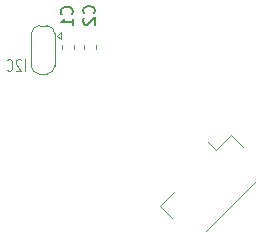
<source format=gbr>
%TF.GenerationSoftware,KiCad,Pcbnew,7.0.10*%
%TF.CreationDate,2024-01-07T23:47:08-08:00*%
%TF.ProjectId,AS5048B,41533530-3438-4422-9e6b-696361645f70,rev?*%
%TF.SameCoordinates,Original*%
%TF.FileFunction,Legend,Bot*%
%TF.FilePolarity,Positive*%
%FSLAX46Y46*%
G04 Gerber Fmt 4.6, Leading zero omitted, Abs format (unit mm)*
G04 Created by KiCad (PCBNEW 7.0.10) date 2024-01-07 23:47:08*
%MOMM*%
%LPD*%
G01*
G04 APERTURE LIST*
%ADD10C,0.125000*%
%ADD11C,0.150000*%
%ADD12C,0.120000*%
G04 APERTURE END LIST*
D10*
X140827547Y-146885630D02*
X140827547Y-145885630D01*
X140506118Y-145980868D02*
X140470404Y-145933249D01*
X140470404Y-145933249D02*
X140398976Y-145885630D01*
X140398976Y-145885630D02*
X140220404Y-145885630D01*
X140220404Y-145885630D02*
X140148976Y-145933249D01*
X140148976Y-145933249D02*
X140113261Y-145980868D01*
X140113261Y-145980868D02*
X140077547Y-146076106D01*
X140077547Y-146076106D02*
X140077547Y-146171344D01*
X140077547Y-146171344D02*
X140113261Y-146314201D01*
X140113261Y-146314201D02*
X140541833Y-146885630D01*
X140541833Y-146885630D02*
X140077547Y-146885630D01*
X139327547Y-146790391D02*
X139363261Y-146838011D01*
X139363261Y-146838011D02*
X139470404Y-146885630D01*
X139470404Y-146885630D02*
X139541832Y-146885630D01*
X139541832Y-146885630D02*
X139648975Y-146838011D01*
X139648975Y-146838011D02*
X139720404Y-146742772D01*
X139720404Y-146742772D02*
X139756118Y-146647534D01*
X139756118Y-146647534D02*
X139791832Y-146457058D01*
X139791832Y-146457058D02*
X139791832Y-146314201D01*
X139791832Y-146314201D02*
X139756118Y-146123725D01*
X139756118Y-146123725D02*
X139720404Y-146028487D01*
X139720404Y-146028487D02*
X139648975Y-145933249D01*
X139648975Y-145933249D02*
X139541832Y-145885630D01*
X139541832Y-145885630D02*
X139470404Y-145885630D01*
X139470404Y-145885630D02*
X139363261Y-145933249D01*
X139363261Y-145933249D02*
X139327547Y-145980868D01*
D11*
X144789528Y-142076166D02*
X144837148Y-142028547D01*
X144837148Y-142028547D02*
X144884767Y-141885690D01*
X144884767Y-141885690D02*
X144884767Y-141790452D01*
X144884767Y-141790452D02*
X144837148Y-141647595D01*
X144837148Y-141647595D02*
X144741909Y-141552357D01*
X144741909Y-141552357D02*
X144646671Y-141504738D01*
X144646671Y-141504738D02*
X144456195Y-141457119D01*
X144456195Y-141457119D02*
X144313338Y-141457119D01*
X144313338Y-141457119D02*
X144122862Y-141504738D01*
X144122862Y-141504738D02*
X144027624Y-141552357D01*
X144027624Y-141552357D02*
X143932386Y-141647595D01*
X143932386Y-141647595D02*
X143884767Y-141790452D01*
X143884767Y-141790452D02*
X143884767Y-141885690D01*
X143884767Y-141885690D02*
X143932386Y-142028547D01*
X143932386Y-142028547D02*
X143980005Y-142076166D01*
X144884767Y-143028547D02*
X144884767Y-142457119D01*
X144884767Y-142742833D02*
X143884767Y-142742833D01*
X143884767Y-142742833D02*
X144027624Y-142647595D01*
X144027624Y-142647595D02*
X144122862Y-142552357D01*
X144122862Y-142552357D02*
X144170481Y-142457119D01*
X146685078Y-142007469D02*
X146732698Y-141959850D01*
X146732698Y-141959850D02*
X146780317Y-141816993D01*
X146780317Y-141816993D02*
X146780317Y-141721755D01*
X146780317Y-141721755D02*
X146732698Y-141578898D01*
X146732698Y-141578898D02*
X146637459Y-141483660D01*
X146637459Y-141483660D02*
X146542221Y-141436041D01*
X146542221Y-141436041D02*
X146351745Y-141388422D01*
X146351745Y-141388422D02*
X146208888Y-141388422D01*
X146208888Y-141388422D02*
X146018412Y-141436041D01*
X146018412Y-141436041D02*
X145923174Y-141483660D01*
X145923174Y-141483660D02*
X145827936Y-141578898D01*
X145827936Y-141578898D02*
X145780317Y-141721755D01*
X145780317Y-141721755D02*
X145780317Y-141816993D01*
X145780317Y-141816993D02*
X145827936Y-141959850D01*
X145827936Y-141959850D02*
X145875555Y-142007469D01*
X145875555Y-142388422D02*
X145827936Y-142436041D01*
X145827936Y-142436041D02*
X145780317Y-142531279D01*
X145780317Y-142531279D02*
X145780317Y-142769374D01*
X145780317Y-142769374D02*
X145827936Y-142864612D01*
X145827936Y-142864612D02*
X145875555Y-142912231D01*
X145875555Y-142912231D02*
X145970793Y-142959850D01*
X145970793Y-142959850D02*
X146066031Y-142959850D01*
X146066031Y-142959850D02*
X146208888Y-142912231D01*
X146208888Y-142912231D02*
X146780317Y-142340803D01*
X146780317Y-142340803D02*
X146780317Y-142959850D01*
D12*
%TO.C,C1*%
X143942482Y-144994280D02*
X143942482Y-144701746D01*
X144962482Y-144994280D02*
X144962482Y-144701746D01*
%TO.C,C2*%
X146827537Y-144714788D02*
X146827537Y-145007322D01*
X145807537Y-144714788D02*
X145807537Y-145007322D01*
%TO.C,JP1*%
X142678749Y-143045817D02*
X142078749Y-143045817D01*
X143878749Y-143595817D02*
X143878749Y-144195817D01*
X141378749Y-143695817D02*
X141378749Y-146495817D01*
X143578749Y-143895817D02*
X143878749Y-143595817D01*
X143578749Y-143895817D02*
X143878749Y-144195817D01*
X143378749Y-146495817D02*
X143378749Y-143695817D01*
X142078749Y-147145817D02*
X142678749Y-147145817D01*
X143378749Y-143745817D02*
G75*
G03*
X142678749Y-143045817I-699999J1D01*
G01*
X142078749Y-143045817D02*
G75*
G03*
X141378749Y-143745817I-1J-699999D01*
G01*
X142678749Y-147145817D02*
G75*
G03*
X143378749Y-146445817I0J700000D01*
G01*
X141378749Y-146445817D02*
G75*
G03*
X142078749Y-147145817I700000J0D01*
G01*
%TO.C,Je*%
X159310749Y-153321555D02*
X158285445Y-152296250D01*
X158285445Y-152296250D02*
X157012652Y-153569042D01*
X160406765Y-156213622D02*
X156213622Y-160406765D01*
X157012652Y-153569042D02*
X156312617Y-152869007D01*
X153321555Y-159310749D02*
X152296250Y-158285445D01*
X152296250Y-158285445D02*
X153569042Y-157012652D01*
%TD*%
M02*

</source>
